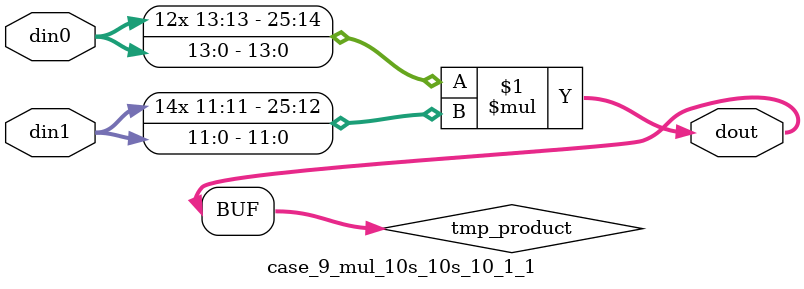
<source format=v>

`timescale 1 ns / 1 ps

 module case_9_mul_10s_10s_10_1_1(din0, din1, dout);
parameter ID = 1;
parameter NUM_STAGE = 0;
parameter din0_WIDTH = 14;
parameter din1_WIDTH = 12;
parameter dout_WIDTH = 26;

input [din0_WIDTH - 1 : 0] din0; 
input [din1_WIDTH - 1 : 0] din1; 
output [dout_WIDTH - 1 : 0] dout;

wire signed [dout_WIDTH - 1 : 0] tmp_product;



























assign tmp_product = $signed(din0) * $signed(din1);








assign dout = tmp_product;





















endmodule

</source>
